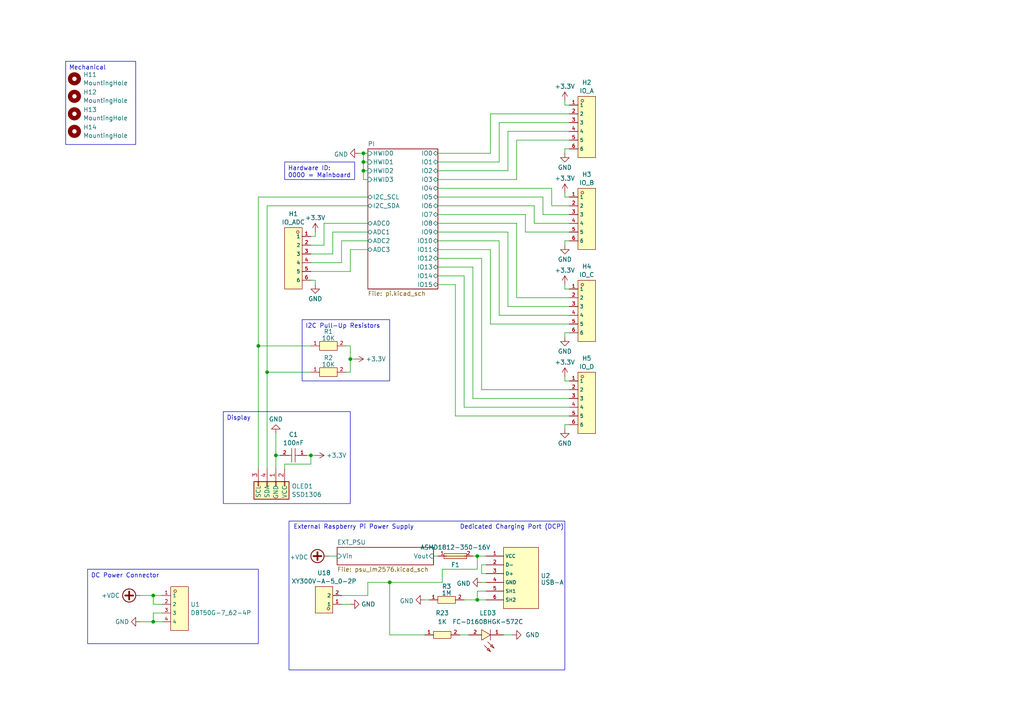
<source format=kicad_sch>
(kicad_sch (version 20230121) (generator eeschema)
  (paper "A4")
  (title_block (title "Dispensy Mainboard") (date "2024-01-21") (rev "0") (company "DrinkRobotics") (comment 1 "https://git.xythobuz.de/thomas/Dispensy") (comment 2 "Licensed under the CERN-OHL-S-2.0+") (comment 3 "PCB Thickness: 1mm") (comment 4 "Copyright (c) 2023 - 2024 Thomas Buck <thomas@xythobuz.de>"))
  (lib_symbols
    (symbol "Mechanical:MountingHole" (pin_names (offset 1.016))
      (property "Reference" "H" (at 0 5.08 0))
      (property "Value" "MountingHole" (at 0 3.175 0))
      (symbol "MountingHole_0_1"
        (circle (center 0 0) (radius 1.27) (stroke (width 1.27)))
      )
    )
    (symbol "SSD1306:SSD1306" (pin_names (offset 1.016))
      (property "Reference" "OLED" (at 0 5.08 0))
      (property "Value" "SSD1306" (at 0 -7.62 0))
      (symbol "SSD1306_1_1"
        (rectangle (start -1.27 -4.953) (end 0 -5.207) (stroke (width 0.1524)))
        (rectangle (start -1.27 -2.413) (end 0 -2.667) (stroke (width 0.1524)))
        (rectangle (start -1.27 0.127) (end 0 -0.127) (stroke (width 0.1524)))
        (rectangle (start -1.27 2.667) (end 0 2.413) (stroke (width 0.1524)))
        (rectangle (start -1.27 3.81) (end 3.81 -6.35) (stroke (width 0.254)) (fill (type background)))
        (pin power_in line (at -5.08 0 0) (length 3.81) (name "GND") (number "1"))
        (pin power_in line (at -5.08 2.54 0) (length 3.81) (name "VCC") (number "2"))
        (pin input line (at -5.08 -5.08 0) (length 3.81) (name "SCL") (number "3"))
        (pin bidirectional line (at -5.08 -2.54 0) (length 3.81) (name "SDA") (number "4"))
      )
    )
    (symbol "jlc:AC0402FR-071ML" (pin_names hide)
      (property "Reference" "R" (at 0 1.27 0))
      (property "Value" "AC0402FR-071ML" (at 0 -2.54 0))
      (symbol "AC0402FR-071ML_0_1"
        (rectangle (start -2.54 1.016) (end 2.54 -1.016) (fill (type background)))
        (pin unspecified line (at -5.08 0 0) (length 2.54) (name "1") (number "1"))
        (pin unspecified line (at 5.08 0 180) (length 2.54) (name "2") (number "2"))
      )
    )
    (symbol "jlc:ASMD1812-350-16V" (pin_names hide)
      (property "Reference" "F" (at 0 1.27 0))
      (property "Value" "ASMD1812-350-16V" (at 0 -2.54 0))
      (symbol "ASMD1812-350-16V_0_1"
        (rectangle (start -3.302 0.762) (end 3.302 -0.762) (fill (type background)))
        (polyline (pts (xy -2.54 0) (xy 2.54 0)))
        (pin unspecified line (at -5.08 0 0) (length 2.54) (name "1") (number "1"))
        (pin unspecified line (at 5.08 0 180) (length 2.54) (name "2") (number "2"))
      )
    )
    (symbol "jlc:CC0402KRX7R8BB104" (pin_names hide)
      (property "Reference" "C" (at 0 1.27 0))
      (property "Value" "CC0402KRX7R8BB104" (at 0 -2.54 0))
      (symbol "CC0402KRX7R8BB104_0_1"
        (polyline (pts (xy -1.27 0) (xy -0.508 0)))
        (polyline (pts (xy -0.508 2.032) (xy -0.508 -2.032)))
        (polyline (pts (xy 0.508 0) (xy 1.27 0)))
        (polyline (pts (xy 0.508 2.032) (xy 0.508 -2.032)))
        (pin input line (at -3.81 0 0) (length 2.54) (name "1") (number "1"))
        (pin input line (at 3.81 0 180) (length 2.54) (name "2") (number "2"))
      )
    )
    (symbol "jlc:CR-02FL6----1K" (pin_names hide)
      (property "Reference" "R" (at 0 1.27 0))
      (property "Value" "CR-02FL6----1K" (at 0 -2.54 0))
      (symbol "CR-02FL6----1K_0_1"
        (rectangle (start -2.54 1.016) (end 2.54 -1.016) (fill (type background)))
        (pin unspecified line (at -5.08 0 0) (length 2.54) (name "1") (number "1"))
        (pin unspecified line (at 5.08 0 180) (length 2.54) (name "2") (number "2"))
      )
    )
    (symbol "jlc:CR-02FL6---10K" (pin_names hide)
      (property "Reference" "R" (at 0 1.27 0))
      (property "Value" "CR-02FL6---10K" (at 0 -2.54 0))
      (symbol "CR-02FL6---10K_0_1"
        (rectangle (start -2.54 1.27) (end 2.54 -1.27) (fill (type background)))
        (pin unspecified line (at -5.08 0 0) (length 2.54) (name "1") (number "1"))
        (pin unspecified line (at 5.08 0 180) (length 2.54) (name "2") (number "2"))
      )
    )
    (symbol "jlc:DBT50G-7_62-4P"
      (property "Reference" "U" (at 0 1.27 0))
      (property "Value" "DBT50G-7_62-4P" (at 0 -2.54 0))
      (symbol "DBT50G-7_62-4P_0_1"
        (rectangle (start -2.54 6.35) (end 2.54 -6.35) (fill (type background)))
        (circle (center -1.27 5.08) (radius 0.381) (fill (type background)))
        (pin unspecified line (at -5.08 3.81 0) (length 2.54) (name "1") (number "1"))
        (pin unspecified line (at -5.08 1.27 0) (length 2.54) (name "2") (number "2"))
        (pin unspecified line (at -5.08 -1.27 0) (length 2.54) (name "3") (number "3"))
        (pin unspecified line (at -5.08 -3.81 0) (length 2.54) (name "4") (number "4"))
      )
    )
    (symbol "jlc:FC-D1608HGK-572C" (pin_names hide)
      (property "Reference" "LED" (at 0 1.27 0))
      (property "Value" "FC-D1608HGK-572C" (at 0 -2.54 0))
      (symbol "FC-D1608HGK-572C_0_1"
        (polyline (pts (xy -1.27 1.524) (xy -1.27 -1.524)))
        (polyline (pts (xy -0.508 2.032) (xy -2.286 3.81)))
        (polyline (pts (xy 0.508 3.048) (xy -1.27 4.826)))
        (polyline (pts (xy -2.286 3.81) (xy -1.27 3.302) (xy -1.778 2.794) (xy -2.286 3.81)) (fill (type background)))
        (polyline (pts (xy -1.27 4.826) (xy -0.254 4.318) (xy -0.762 3.81) (xy -1.27 4.826)) (fill (type background)))
        (polyline (pts (xy 1.27 -1.524) (xy -1.27 0) (xy 1.27 1.524) (xy 1.27 -1.524)) (fill (type background)))
        (pin input line (at -5.08 0 0) (length 3.81) (name "-") (number "1"))
        (pin input line (at 5.08 0 180) (length 3.81) (name "+") (number "2"))
      )
    )
    (symbol "jlc:Header-Female-2_54_1x6"
      (property "Reference" "H" (at 0 1.27 0))
      (property "Value" "Header-Female-2_54_1x6" (at 0 -2.54 0))
      (symbol "Header-Female-2_54_1x6_0_1"
        (rectangle (start -2.54 8.89) (end 2.54 -8.89) (fill (type background)))
        (circle (center -1.27 7.62) (radius 0.381) (fill (type background)))
        (pin unspecified line (at -5.08 6.35 0) (length 2.54) (name "1") (number "1"))
        (pin unspecified line (at -5.08 3.81 0) (length 2.54) (name "2") (number "2"))
        (pin unspecified line (at -5.08 1.27 0) (length 2.54) (name "3") (number "3"))
        (pin unspecified line (at -5.08 -1.27 0) (length 2.54) (name "4") (number "4"))
        (pin unspecified line (at -5.08 -3.81 0) (length 2.54) (name "5") (number "5"))
        (pin unspecified line (at -5.08 -6.35 0) (length 2.54) (name "6") (number "6"))
      )
    )
    (symbol "jlc:U-USBAR04P-F000"
      (property "Reference" "U" (at 0 1.27 0))
      (property "Value" "U-USBAR04P-F000" (at 0 -2.54 0))
      (symbol "U-USBAR04P-F000_0_1"
        (rectangle (start -2.54 10.16) (end 7.62 -7.62) (fill (type background)))
        (pin unspecified line (at -7.62 7.62 0) (length 5.08) (name "VCC") (number "1"))
        (pin unspecified line (at -7.62 5.08 0) (length 5.08) (name "D-") (number "2"))
        (pin unspecified line (at -7.62 2.54 0) (length 5.08) (name "D+") (number "3"))
        (pin unspecified line (at -7.62 0 0) (length 5.08) (name "GND") (number "4"))
        (pin unspecified line (at -7.62 -2.54 0) (length 5.08) (name "SH1") (number "5"))
        (pin unspecified line (at -7.62 -5.08 0) (length 5.08) (name "SH2") (number "6"))
      )
    )
    (symbol "jlc:XY300V-A-5_0-2P"
      (property "Reference" "U" (at 0 1.27 0))
      (property "Value" "XY300V-A-5_0-2P" (at 0 -2.54 0))
      (symbol "XY300V-A-5_0-2P_0_1"
        (rectangle (start -2.54 3.81) (end 2.54 -3.81) (fill (type background)))
        (circle (center -1.27 2.54) (radius 0.381) (fill (type background)))
        (pin unspecified line (at -5.08 1.27 0) (length 2.54) (name "1") (number "1"))
        (pin unspecified line (at -5.08 -1.27 0) (length 2.54) (name "2") (number "2"))
      )
    )
    (symbol "power:+3.3V" (power) (pin_names (offset 0))
      (property "Value" "+3.3V" (at 0 3.556 0))
      (symbol "+3.3V_0_1"
        (polyline (pts (xy -0.762 1.27) (xy 0 2.54)))
        (polyline (pts (xy 0 0) (xy 0 2.54)))
        (polyline (pts (xy 0 2.54) (xy 0.762 1.27)))
      )
      (symbol "+3.3V_1_1"
        (pin power_in line (at 0 0 90) (length 0) hide (name "+3.3V") (number "1"))
      )
    )
    (symbol "power:+VDC" (power) (pin_names (offset 0))
      (property "Value" "+VDC" (at 0 6.35 0))
      (symbol "+VDC_0_1"
        (polyline (pts (xy -1.143 3.175) (xy 1.143 3.175)) (stroke (width 0.508)))
        (polyline (pts (xy 0 0) (xy 0 1.27)))
        (polyline (pts (xy 0 2.032) (xy 0 4.318)) (stroke (width 0.508)))
        (circle (center 0 3.175) (radius 1.905) (stroke (width 0.254)))
      )
      (symbol "+VDC_1_1"
        (pin power_in line (at 0 0 90) (length 0) hide (name "+VDC") (number "1"))
      )
    )
    (symbol "power:GND" (power) (pin_names (offset 0))
      (property "Value" "GND" (at 0 -3.81 0))
      (symbol "GND_0_1"
        (polyline (pts (xy 0 0) (xy 0 -1.27) (xy 1.27 -1.27) (xy 0 -2.54) (xy -1.27 -1.27) (xy 0 -1.27)))
      )
      (symbol "GND_1_1"
        (pin power_in line (at 0 0 270) (length 0) hide (name "GND") (number "1"))
      )
    )
  )
  (junction (at 44.45 172.72))
  (junction (at 101.6 104.14))
  (junction (at 113.03 168.91))
  (junction (at 44.45 180.34))
  (junction (at 77.47 107.95))
  (junction (at 138.43 173.99))
  (junction (at 74.93 100.33))
  (junction (at 105.41 46.99))
  (junction (at 105.41 49.53))
  (junction (at 80.01 132.08))
  (junction (at 90.17 132.08))
  (junction (at 105.41 44.45))
  (junction (at 138.43 161.29))
  (wire (pts (xy 99.06 172.72) (xy 106.68 172.72)))
  (wire (pts (xy 128.27 165.1) (xy 138.43 165.1)))
  (wire (pts (xy 138.43 173.99) (xy 134.62 173.99)))
  (wire (pts (xy 139.7 163.83) (xy 140.97 163.83)))
  (wire (pts (xy 104.14 44.45) (xy 105.41 44.45)))
  (wire (pts (xy 90.17 134.62) (xy 90.17 132.08)))
  (wire (pts (xy 147.32 49.53) (xy 127 49.53)))
  (wire (pts (xy 82.55 135.89) (xy 82.55 134.62)))
  (wire (pts (xy 165.1 88.9) (xy 147.32 88.9)))
  (wire (pts (xy 80.01 132.08) (xy 80.01 135.89)))
  (wire (pts (xy 44.45 177.8) (xy 44.45 180.34)))
  (wire (pts (xy 163.83 30.48) (xy 163.83 29.21)))
  (wire (pts (xy 163.83 43.18) (xy 163.83 44.45)))
  (wire (pts (xy 142.24 72.39) (xy 127 72.39)))
  (wire (pts (xy 144.78 69.85) (xy 127 69.85)))
  (wire (pts (xy 77.47 107.95) (xy 77.47 59.69)))
  (wire (pts (xy 46.99 177.8) (xy 44.45 177.8)))
  (wire (pts (xy 77.47 59.69) (xy 106.68 59.69)))
  (wire (pts (xy 163.83 110.49) (xy 163.83 109.22)))
  (wire (pts (xy 100.33 107.95) (xy 101.6 107.95)))
  (wire (pts (xy 128.27 168.91) (xy 128.27 165.1)))
  (wire (pts (xy 101.6 78.74) (xy 101.6 72.39)))
  (wire (pts (xy 147.32 88.9) (xy 147.32 67.31)))
  (wire (pts (xy 77.47 107.95) (xy 90.17 107.95)))
  (wire (pts (xy 146.05 184.15) (xy 148.59 184.15)))
  (wire (pts (xy 101.6 104.14) (xy 102.87 104.14)))
  (wire (pts (xy 113.03 168.91) (xy 128.27 168.91)))
  (wire (pts (xy 132.08 120.65) (xy 165.1 120.65)))
  (wire (pts (xy 165.1 67.31) (xy 152.4 67.31)))
  (wire (pts (xy 80.01 125.73) (xy 80.01 132.08)))
  (wire (pts (xy 127 82.55) (xy 132.08 82.55)))
  (wire (pts (xy 139.7 168.91) (xy 140.97 168.91)))
  (wire (pts (xy 106.68 52.07) (xy 105.41 52.07)))
  (wire (pts (xy 105.41 52.07) (xy 105.41 49.53)))
  (wire (pts (xy 132.08 82.55) (xy 132.08 120.65)))
  (wire (pts (xy 144.78 46.99) (xy 127 46.99)))
  (wire (pts (xy 165.1 110.49) (xy 163.83 110.49)))
  (wire (pts (xy 44.45 175.26) (xy 44.45 172.72)))
  (wire (pts (xy 165.1 96.52) (xy 163.83 96.52)))
  (wire (pts (xy 137.16 115.57) (xy 137.16 77.47)))
  (wire (pts (xy 113.03 184.15) (xy 113.03 168.91)))
  (wire (pts (xy 139.7 113.03) (xy 139.7 74.93)))
  (wire (pts (xy 106.68 168.91) (xy 113.03 168.91)))
  (wire (pts (xy 90.17 78.74) (xy 101.6 78.74)))
  (wire (pts (xy 74.93 57.15) (xy 106.68 57.15)))
  (wire (pts (xy 165.1 62.23) (xy 157.48 62.23)))
  (wire (pts (xy 160.02 54.61) (xy 160.02 59.69)))
  (wire (pts (xy 40.64 180.34) (xy 44.45 180.34)))
  (wire (pts (xy 123.19 173.99) (xy 124.46 173.99)))
  (wire (pts (xy 165.1 118.11) (xy 134.62 118.11)))
  (wire (pts (xy 99.06 175.26) (xy 101.6 175.26)))
  (wire (pts (xy 88.9 132.08) (xy 90.17 132.08)))
  (wire (pts (xy 44.45 172.72) (xy 46.99 172.72)))
  (wire (pts (xy 137.16 161.29) (xy 138.43 161.29)))
  (wire (pts (xy 147.32 38.1) (xy 147.32 49.53)))
  (wire (pts (xy 144.78 35.56) (xy 144.78 46.99)))
  (wire (pts (xy 165.1 30.48) (xy 163.83 30.48)))
  (wire (pts (xy 99.06 76.2) (xy 99.06 69.85)))
  (wire (pts (xy 165.1 69.85) (xy 163.83 69.85)))
  (wire (pts (xy 138.43 161.29) (xy 140.97 161.29)))
  (wire (pts (xy 74.93 135.89) (xy 74.93 100.33)))
  (wire (pts (xy 101.6 72.39) (xy 106.68 72.39)))
  (wire (pts (xy 142.24 33.02) (xy 142.24 44.45)))
  (wire (pts (xy 90.17 68.58) (xy 91.44 68.58)))
  (wire (pts (xy 90.17 76.2) (xy 99.06 76.2)))
  (wire (pts (xy 140.97 166.37) (xy 139.7 166.37)))
  (wire (pts (xy 91.44 81.28) (xy 91.44 82.55)))
  (wire (pts (xy 165.1 57.15) (xy 163.83 57.15)))
  (wire (pts (xy 101.6 107.95) (xy 101.6 104.14)))
  (wire (pts (xy 77.47 135.89) (xy 77.47 107.95)))
  (wire (pts (xy 165.1 83.82) (xy 163.83 83.82)))
  (wire (pts (xy 105.41 49.53) (xy 105.41 46.99)))
  (wire (pts (xy 138.43 171.45) (xy 138.43 173.99)))
  (wire (pts (xy 160.02 59.69) (xy 165.1 59.69)))
  (wire (pts (xy 95.25 161.29) (xy 97.79 161.29)))
  (wire (pts (xy 157.48 57.15) (xy 127 57.15)))
  (wire (pts (xy 154.94 64.77) (xy 154.94 59.69)))
  (wire (pts (xy 165.1 43.18) (xy 163.83 43.18)))
  (wire (pts (xy 165.1 91.44) (xy 144.78 91.44)))
  (wire (pts (xy 144.78 35.56) (xy 165.1 35.56)))
  (wire (pts (xy 149.86 40.64) (xy 149.86 52.07)))
  (wire (pts (xy 125.73 161.29) (xy 127 161.29)))
  (wire (pts (xy 142.24 44.45) (xy 127 44.45)))
  (wire (pts (xy 91.44 68.58) (xy 91.44 67.31)))
  (wire (pts (xy 80.01 132.08) (xy 81.28 132.08)))
  (wire (pts (xy 165.1 93.98) (xy 142.24 93.98)))
  (wire (pts (xy 165.1 64.77) (xy 154.94 64.77)))
  (wire (pts (xy 106.68 46.99) (xy 105.41 46.99)))
  (wire (pts (xy 140.97 171.45) (xy 138.43 171.45)))
  (wire (pts (xy 149.86 86.36) (xy 149.86 64.77)))
  (wire (pts (xy 90.17 73.66) (xy 96.52 73.66)))
  (wire (pts (xy 90.17 71.12) (xy 93.98 71.12)))
  (wire (pts (xy 147.32 67.31) (xy 127 67.31)))
  (wire (pts (xy 40.64 172.72) (xy 44.45 172.72)))
  (wire (pts (xy 142.24 93.98) (xy 142.24 72.39)))
  (wire (pts (xy 46.99 175.26) (xy 44.45 175.26)))
  (wire (pts (xy 138.43 165.1) (xy 138.43 161.29)))
  (wire (pts (xy 165.1 115.57) (xy 137.16 115.57)))
  (wire (pts (xy 101.6 100.33) (xy 101.6 104.14)))
  (wire (pts (xy 105.41 46.99) (xy 105.41 44.45)))
  (wire (pts (xy 90.17 81.28) (xy 91.44 81.28)))
  (wire (pts (xy 157.48 62.23) (xy 157.48 57.15)))
  (wire (pts (xy 163.83 57.15) (xy 163.83 55.88)))
  (wire (pts (xy 152.4 67.31) (xy 152.4 62.23)))
  (wire (pts (xy 44.45 180.34) (xy 46.99 180.34)))
  (wire (pts (xy 74.93 100.33) (xy 90.17 100.33)))
  (wire (pts (xy 147.32 38.1) (xy 165.1 38.1)))
  (wire (pts (xy 144.78 91.44) (xy 144.78 69.85)))
  (wire (pts (xy 100.33 100.33) (xy 101.6 100.33)))
  (wire (pts (xy 90.17 132.08) (xy 91.44 132.08)))
  (wire (pts (xy 105.41 44.45) (xy 106.68 44.45)))
  (wire (pts (xy 93.98 71.12) (xy 93.98 64.77)))
  (wire (pts (xy 133.35 184.15) (xy 135.89 184.15)))
  (wire (pts (xy 139.7 74.93) (xy 127 74.93)))
  (wire (pts (xy 99.06 69.85) (xy 106.68 69.85)))
  (wire (pts (xy 163.83 96.52) (xy 163.83 97.79)))
  (wire (pts (xy 163.83 123.19) (xy 163.83 124.46)))
  (wire (pts (xy 93.98 64.77) (xy 106.68 64.77)))
  (wire (pts (xy 154.94 59.69) (xy 127 59.69)))
  (wire (pts (xy 152.4 62.23) (xy 127 62.23)))
  (wire (pts (xy 149.86 40.64) (xy 165.1 40.64)))
  (wire (pts (xy 127 54.61) (xy 160.02 54.61)))
  (wire (pts (xy 134.62 80.01) (xy 127 80.01)))
  (wire (pts (xy 142.24 33.02) (xy 165.1 33.02)))
  (wire (pts (xy 149.86 52.07) (xy 127 52.07)))
  (wire (pts (xy 96.52 67.31) (xy 106.68 67.31)))
  (wire (pts (xy 163.83 69.85) (xy 163.83 71.12)))
  (wire (pts (xy 105.41 49.53) (xy 106.68 49.53)))
  (wire (pts (xy 165.1 113.03) (xy 139.7 113.03)))
  (wire (pts (xy 74.93 100.33) (xy 74.93 57.15)))
  (wire (pts (xy 106.68 172.72) (xy 106.68 168.91)))
  (wire (pts (xy 138.43 173.99) (xy 140.97 173.99)))
  (wire (pts (xy 123.19 184.15) (xy 113.03 184.15)))
  (wire (pts (xy 163.83 83.82) (xy 163.83 82.55)))
  (wire (pts (xy 134.62 118.11) (xy 134.62 80.01)))
  (wire (pts (xy 82.55 134.62) (xy 90.17 134.62)))
  (wire (pts (xy 165.1 86.36) (xy 149.86 86.36)))
  (wire (pts (xy 149.86 64.77) (xy 127 64.77)))
  (wire (pts (xy 139.7 166.37) (xy 139.7 163.83)))
  (wire (pts (xy 96.52 73.66) (xy 96.52 67.31)))
  (wire (pts (xy 165.1 123.19) (xy 163.83 123.19)))
  (wire (pts (xy 137.16 77.47) (xy 127 77.47)))
  (rectangle (start 83.82 151.13) (end 163.83 194.31))
  (text_box "Hardware ID:\n0000 = Mainboard" (at 82.55 46.99 0) (size 20.32 5.08) (effects (font (size 1.27 1.27)) (justify left top)))
  (text_box "DC Power Connector" (at 25.4 165.1 0) (size 49.53 21.59) (effects (font (size 1.27 1.27)) (justify left top)))
  (text_box "I2C Pull-Up Resistors" (at 87.63 92.71 0) (size 25.4 17.78) (effects (font (size 1.27 1.27)) (justify left top)))
  (text_box "Display" (at 64.77 119.38 0) (size 36.83 26.67) (effects (font (size 1.27 1.27)) (justify left top)))
  (text_box "Mechanical" (at 19.05 17.78 0) (size 20.32 24.13) (effects (font (size 1.27 1.27)) (justify left top)))
  (text "Dedicated Charging Port (DCP)" (at 133.35 153.67 0) (effects (font (size 1.27 1.27)) (justify left bottom)))
  (text "External Raspberry Pi Power Supply" (at 85.09 153.67 0) (effects (font (size 1.27 1.27)) (justify left bottom)))
  (symbol (lib_id "Mechanical:MountingHole") (at 21.59 22.86 0) (unit 1)
    (property "Reference" "H11" (at 24.13 21.6479 0) (effects (justify left)))
    (property "Value" "MountingHole" (at 24.13 24.0721 0) (effects (justify left)))
    (property "Footprint" "MountingHole:MountingHole_3.2mm_M3_Pad_TopBottom" (effects hide))
  )
  (symbol (lib_id "power:+3.3V") (at 163.83 82.55 0) (unit 1)
    (property "Reference" "#PWR016" (effects hide))
    (property "Value" "+3.3V" (at 163.83 78.4169 0))
  )
  (symbol (lib_id "jlc:CC0402KRX7R8BB104") (at 85.09 132.08 180) (unit 1)
    (property "Reference" "C1" (at 85.09 126.0307 0))
    (property "Value" "100nF" (at 85.09 128.4549 0))
    (property "Footprint" "jlc_footprints:C0402" (effects hide))
    (property "Datasheet" "https://item.szlcsc.com/15869.html" (effects hide))
    (property "LCSC" "C105883" (effects hide))
    (property "Capacitance" "100nF" (effects hide))
  )
  (symbol (lib_id "jlc:CR-02FL6----1K") (at 128.27 184.15 0) (unit 1)
    (property "Reference" "R23" (at 128.27 177.8 0))
    (property "Value" "1K" (at 128.27 180.34 0))
    (property "Footprint" "jlc_footprints:R0402" (effects hide))
    (property "Datasheet" "https://item.szlcsc.com/323315.html" (effects hide))
    (property "LCSC" "C279981" (effects hide))
    (property "Resistance" "1kΩ" (effects hide))
  )
  (symbol (lib_id "SSD1306:SSD1306") (at 80.01 140.97 270) (unit 1)
    (property "Reference" "OLED1" (at 84.582 141.0279 90) (effects (justify left)))
    (property "Value" "SSD1306" (at 84.582 143.4521 90) (effects (justify left)))
    (property "Footprint" "extern:SSD1306_0.96_Oled" (effects hide))
  )
  (symbol (lib_id "power:GND") (at 80.01 125.73 180) (unit 1)
    (property "Reference" "#PWR03" (effects hide))
    (property "Value" "GND" (at 80.01 121.5969 0))
  )
  (symbol (lib_id "power:GND") (at 139.7 168.91 270) (unit 1)
    (property "Reference" "#PWR011" (effects hide))
    (property "Value" "GND" (at 136.5251 169.2268 90) (effects (justify right)))
  )
  (symbol (lib_id "Mechanical:MountingHole") (at 21.59 33.02 0) (unit 1)
    (property "Reference" "H13" (at 24.13 31.8079 0) (effects (justify left)))
    (property "Value" "MountingHole" (at 24.13 34.2321 0) (effects (justify left)))
    (property "Footprint" "MountingHole:MountingHole_3.2mm_M3_Pad_TopBottom" (effects hide))
  )
  (symbol (lib_id "jlc:U-USBAR04P-F000") (at 148.59 168.91 0) (unit 1)
    (property "Reference" "U2" (at 156.845 166.9963 0) (effects (justify left)))
    (property "Value" "USB-A" (at 156.845 168.9173 0) (effects (justify left)))
    (property "Footprint" "jlc_footprints:USB-A-TH_USB-302-T" (effects hide))
    (property "Datasheet" "https://item.szlcsc.com/113689.html" (effects hide))
    (property "LCSC" "C386740" (effects hide))
  )
  (symbol (lib_id "power:GND") (at 163.83 97.79 0) (unit 1)
    (property "Reference" "#PWR017" (effects hide))
    (property "Value" "GND" (at 163.83 101.9231 0))
  )
  (symbol (lib_id "jlc:XY300V-A-5_0-2P") (at 93.98 173.99 180) (unit 1)
    (property "Reference" "U18" (at 93.98 166.1627 0))
    (property "Value" "XY300V-A-5_0-2P" (at 93.98 168.5869 0))
    (property "Footprint" "jlc_footprints:CONN-TH_XY300V-A-5.0-2P" (effects hide))
    (property "Datasheet" "https://atta.szlcsc.com/upload/public/pdf/source/20200527/C557648_4A2FA4132AA24EE423B62B1474E9B5BB.pdf" (effects hide))
    (property "LCSC" "C557648" (effects hide))
  )
  (symbol (lib_id "jlc:CR-02FL6---10K") (at 95.25 107.95 0) (unit 1)
    (property "Reference" "R2" (at 95.25 103.7971 0))
    (property "Value" "10K" (at 95.25 105.7181 0))
    (property "Footprint" "jlc_footprints:R0402" (effects hide))
    (property "Datasheet" "https://item.szlcsc.com/323315.html" (effects hide))
    (property "LCSC" "C406733" (effects hide))
    (property "Resistance" "10kΩ" (effects hide))
  )
  (symbol (lib_id "jlc:Header-Female-2_54_1x6") (at 170.18 116.84 0) (unit 1)
    (property "Reference" "H5" (at 170.18 103.9327 0))
    (property "Value" "IO_D" (at 170.18 106.3569 0))
    (property "Footprint" "jlc_footprints:HDR-TH_6P-P2.54-V-F" (effects hide))
    (property "Datasheet" "https://so.szlcsc.com/global.html?c=&k=C40877" (effects hide))
    (property "LCSC" "C40877" (effects hide))
  )
  (symbol (lib_id "jlc:Header-Female-2_54_1x6") (at 170.18 36.83 0) (unit 1)
    (property "Reference" "H2" (at 170.18 23.9227 0))
    (property "Value" "IO_A" (at 170.18 26.3469 0))
    (property "Footprint" "jlc_footprints:HDR-TH_6P-P2.54-V-F" (effects hide))
    (property "Datasheet" "https://so.szlcsc.com/global.html?c=&k=C40877" (effects hide))
    (property "LCSC" "C40877" (effects hide))
  )
  (symbol (lib_id "power:+3.3V") (at 102.87 104.14 270) (unit 1)
    (property "Reference" "#PWR08" (effects hide))
    (property "Value" "+3.3V" (at 106.045 104.14 90) (effects (justify left)))
  )
  (symbol (lib_id "jlc:ASMD1812-350-16V") (at 132.08 161.29 0) (unit 1)
    (property "Reference" "F1" (at 132.08 163.83 0))
    (property "Value" "ASMD1812-350-16V" (at 132.08 158.75 0))
    (property "Footprint" "jlc_footprints:F1812" (effects hide))
    (property "Datasheet" "https://item.szlcsc.com/343302.html" (effects hide))
    (property "LCSC" "C2982285" (effects hide))
  )
  (symbol (lib_id "power:GND") (at 123.19 173.99 270) (unit 1)
    (property "Reference" "#PWR010" (effects hide))
    (property "Value" "GND" (at 120.0151 174.3068 90) (effects (justify right)))
  )
  (symbol (lib_id "power:+VDC") (at 40.64 172.72 90) (unit 1)
    (property "Reference" "#PWR01" (effects hide))
    (property "Value" "+VDC" (at 34.798 172.72 90) (effects (justify left)))
  )
  (symbol (lib_id "power:GND") (at 101.6 175.26 90) (unit 1)
    (property "Reference" "#PWR073" (effects hide))
    (property "Value" "GND" (at 104.775 175.26 90) (effects (justify right)))
  )
  (symbol (lib_id "Mechanical:MountingHole") (at 21.59 27.94 0) (unit 1)
    (property "Reference" "H12" (at 24.13 26.7279 0) (effects (justify left)))
    (property "Value" "MountingHole" (at 24.13 29.1521 0) (effects (justify left)))
    (property "Footprint" "MountingHole:MountingHole_3.2mm_M3_Pad_TopBottom" (effects hide))
  )
  (symbol (lib_id "jlc:FC-D1608HGK-572C") (at 140.97 184.15 180) (unit 1)
    (property "Reference" "LED3" (at 141.478 177.8 0))
    (property "Value" "FC-D1608HGK-572C" (at 141.478 180.34 0))
    (property "Footprint" "jlc_footprints:LED0603-RD" (effects hide))
    (property "Datasheet" "https://item.szlcsc.com/347874.html" (effects hide))
    (property "LCSC" "C84264" (effects hide))
  )
  (symbol (lib_id "jlc:DBT50G-7_62-4P") (at 52.07 176.53 0) (unit 1)
    (property "Reference" "U1" (at 55.245 175.3179 0) (effects (justify left)))
    (property "Value" "DBT50G-7_62-4P" (at 55.245 177.7421 0) (effects (justify left)))
    (property "Footprint" "jlc_footprints:CONN-TH_4P-P7.62_L15.2-W31.7-EX4.2" (effects hide))
    (property "Datasheet" "https://item.szlcsc.com/512151.html?ref=editor&logined=true" (effects hide))
    (property "LCSC" "C496132" (effects hide))
  )
  (symbol (lib_id "power:GND") (at 148.59 184.15 90) (unit 1)
    (property "Reference" "#PWR078" (effects hide))
    (property "Value" "GND" (at 152.4 184.15 90) (effects (justify right)))
  )
  (symbol (lib_id "jlc:AC0402FR-071ML") (at 129.54 173.99 0) (unit 1)
    (property "Reference" "R3" (at 129.54 170.0911 0))
    (property "Value" "1M" (at 129.54 172.0121 0))
    (property "Footprint" "jlc_footprints:R0402" (effects hide))
    (property "Datasheet" "https://item.szlcsc.com/323315.html" (effects hide))
    (property "LCSC" "C144787" (effects hide))
    (property "Resistance" "1MΩ" (effects hide))
  )
  (symbol (lib_id "power:GND") (at 104.14 44.45 270) (unit 1)
    (property "Reference" "#PWR09" (effects hide))
    (property "Value" "GND" (at 100.9651 44.7668 90) (effects (justify right)))
  )
  (symbol (lib_id "power:GND") (at 163.83 124.46 0) (unit 1)
    (property "Reference" "#PWR019" (effects hide))
    (property "Value" "GND" (at 163.83 128.5931 0))
  )
  (symbol (lib_id "power:GND") (at 91.44 82.55 0) (mirror y) (unit 1)
    (property "Reference" "#PWR05" (effects hide))
    (property "Value" "GND" (at 91.44 86.6831 0))
  )
  (symbol (lib_id "power:+VDC") (at 95.25 161.29 90) (unit 1)
    (property "Reference" "#PWR07" (effects hide))
    (property "Value" "+VDC" (at 89.408 161.6068 90) (effects (justify left)))
  )
  (symbol (lib_id "power:+3.3V") (at 163.83 29.21 0) (unit 1)
    (property "Reference" "#PWR012" (effects hide))
    (property "Value" "+3.3V" (at 163.83 25.0769 0))
  )
  (symbol (lib_id "power:+3.3V") (at 163.83 109.22 0) (unit 1)
    (property "Reference" "#PWR018" (effects hide))
    (property "Value" "+3.3V" (at 163.83 105.0869 0))
  )
  (symbol (lib_id "power:+3.3V") (at 91.44 67.31 0) (mirror y) (unit 1)
    (property "Reference" "#PWR04" (effects hide))
    (property "Value" "+3.3V" (at 91.44 63.1769 0))
  )
  (symbol (lib_id "jlc:Header-Female-2_54_1x6") (at 170.18 90.17 0) (unit 1)
    (property "Reference" "H4" (at 170.18 77.2627 0))
    (property "Value" "IO_C" (at 170.18 79.6869 0))
    (property "Footprint" "jlc_footprints:HDR-TH_6P-P2.54-V-F" (effects hide))
    (property "Datasheet" "https://so.szlcsc.com/global.html?c=&k=C40877" (effects hide))
    (property "LCSC" "C40877" (effects hide))
  )
  (symbol (lib_id "power:GND") (at 40.64 180.34 270) (unit 1)
    (property "Reference" "#PWR02" (effects hide))
    (property "Value" "GND" (at 37.4651 180.34 90) (effects (justify right)))
  )
  (symbol (lib_id "power:GND") (at 163.83 44.45 0) (unit 1)
    (property "Reference" "#PWR013" (effects hide))
    (property "Value" "GND" (at 163.83 48.5831 0))
  )
  (symbol (lib_id "power:GND") (at 163.83 71.12 0) (unit 1)
    (property "Reference" "#PWR015" (effects hide))
    (property "Value" "GND" (at 163.83 75.2531 0))
  )
  (symbol (lib_id "power:+3.3V") (at 91.44 132.08 270) (unit 1)
    (property "Reference" "#PWR06" (effects hide))
    (property "Value" "+3.3V" (at 94.615 132.08 90) (effects (justify left)))
  )
  (symbol (lib_id "jlc:Header-Female-2_54_1x6") (at 85.09 74.93 0) (mirror y) (unit 1)
    (property "Reference" "H1" (at 85.09 62.0227 0))
    (property "Value" "IO_ADC" (at 85.09 64.4469 0))
    (property "Footprint" "jlc_footprints:HDR-TH_6P-P2.54-V-F" (effects hide))
    (property "Datasheet" "https://so.szlcsc.com/global.html?c=&k=C40877" (effects hide))
    (property "LCSC" "C40877" (effects hide))
  )
  (symbol (lib_id "power:+3.3V") (at 163.83 55.88 0) (unit 1)
    (property "Reference" "#PWR014" (effects hide))
    (property "Value" "+3.3V" (at 163.83 51.7469 0))
  )
  (symbol (lib_id "jlc:Header-Female-2_54_1x6") (at 170.18 63.5 0) (unit 1)
    (property "Reference" "H3" (at 170.18 50.5927 0))
    (property "Value" "IO_B" (at 170.18 53.0169 0))
    (property "Footprint" "jlc_footprints:HDR-TH_6P-P2.54-V-F" (effects hide))
    (property "Datasheet" "https://so.szlcsc.com/global.html?c=&k=C40877" (effects hide))
    (property "LCSC" "C40877" (effects hide))
  )
  (symbol (lib_id "jlc:CR-02FL6---10K") (at 95.25 100.33 0) (unit 1)
    (property "Reference" "R1" (at 95.25 96.1771 0))
    (property "Value" "10K" (at 95.25 98.0981 0))
    (property "Footprint" "jlc_footprints:R0402" (effects hide))
    (property "Datasheet" "https://item.szlcsc.com/323315.html" (effects hide))
    (property "LCSC" "C406733" (effects hide))
    (property "Resistance" "10kΩ" (effects hide))
  )
  (symbol (lib_id "Mechanical:MountingHole") (at 21.59 38.1 0) (unit 1)
    (property "Reference" "H14" (at 24.13 36.8879 0) (effects (justify left)))
    (property "Value" "MountingHole" (at 24.13 39.3121 0) (effects (justify left)))
    (property "Footprint" "MountingHole:MountingHole_3.2mm_M3_Pad_TopBottom" (effects hide))
  )
  (sheet (at 97.79 158.75) (size 27.94 5.08) (stroke (width 0.1524))
    (property "Sheetname" "EXT_PSU" (at 97.79 158.0384 0) (effects (justify left bottom)))
    (property "Sheetfile" "psu_lm2576.kicad_sch" (at 97.79 164.4146 0) (effects (justify left top)))
    (pin "Vout" input (at 125.73 161.29 0))
    (pin "Vin" input (at 97.79 161.29 180))
  )
  (sheet (at 106.68 43.18) (size 20.32 40.64) (stroke (width 0.1524))
    (property "Sheetname" "PI" (at 106.68 42.4684 0) (effects (justify left bottom)))
    (property "Sheetfile" "pi.kicad_sch" (at 106.68 84.4046 0) (effects (justify left top)))
    (pin "IO8" bidirectional (at 127 64.77 0))
    (pin "IO9" bidirectional (at 127 67.31 0))
    (pin "IO5" bidirectional (at 127 57.15 0))
    (pin "IO6" bidirectional (at 127 59.69 0))
    (pin "IO7" bidirectional (at 127 62.23 0))
    (pin "IO4" bidirectional (at 127 54.61 0))
    (pin "IO3" bidirectional (at 127 52.07 0))
    (pin "IO2" bidirectional (at 127 49.53 0))
    (pin "IO1" bidirectional (at 127 46.99 0))
    (pin "IO0" bidirectional (at 127 44.45 0))
    (pin "IO15" bidirectional (at 127 82.55 0))
    (pin "IO14" bidirectional (at 127 80.01 0))
    (pin "ADC1" bidirectional (at 106.68 67.31 180))
    (pin "ADC2" bidirectional (at 106.68 69.85 180))
    (pin "ADC3" bidirectional (at 106.68 72.39 180))
    (pin "ADC0" bidirectional (at 106.68 64.77 180))
    (pin "IO12" bidirectional (at 127 74.93 0))
    (pin "I2C_SDA" bidirectional (at 106.68 59.69 180))
    (pin "IO13" bidirectional (at 127 77.47 0))
    (pin "IO10" bidirectional (at 127 69.85 0))
    (pin "IO11" bidirectional (at 127 72.39 0))
    (pin "I2C_SCL" bidirectional (at 106.68 57.15 180))
    (pin "HWID2" input (at 106.68 49.53 180))
    (pin "HWID3" input (at 106.68 52.07 180))
    (pin "HWID0" input (at 106.68 44.45 180))
    (pin "HWID1" input (at 106.68 46.99 180))
  )
)
</source>
